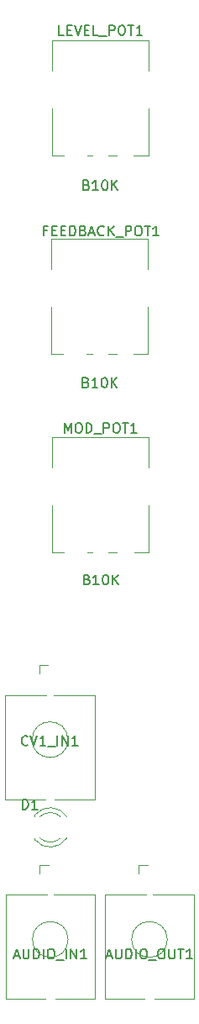
<source format=gbr>
%TF.GenerationSoftware,KiCad,Pcbnew,6.0.11+dfsg-1~bpo11+1*%
%TF.CreationDate,2023-04-14T10:24:11+08:00*%
%TF.ProjectId,MiniVerb - Main,4d696e69-5665-4726-9220-2d204d61696e,rev?*%
%TF.SameCoordinates,Original*%
%TF.FileFunction,Legend,Top*%
%TF.FilePolarity,Positive*%
%FSLAX46Y46*%
G04 Gerber Fmt 4.6, Leading zero omitted, Abs format (unit mm)*
G04 Created by KiCad (PCBNEW 6.0.11+dfsg-1~bpo11+1) date 2023-04-14 10:24:11*
%MOMM*%
%LPD*%
G01*
G04 APERTURE LIST*
%ADD10C,0.150000*%
%ADD11C,0.120000*%
G04 APERTURE END LIST*
D10*
%TO.C,FEEDBACK_POT1*%
X164747619Y-75303571D02*
X164414285Y-75303571D01*
X164414285Y-75827380D02*
X164414285Y-74827380D01*
X164890476Y-74827380D01*
X165271428Y-75303571D02*
X165604761Y-75303571D01*
X165747619Y-75827380D02*
X165271428Y-75827380D01*
X165271428Y-74827380D01*
X165747619Y-74827380D01*
X166176190Y-75303571D02*
X166509523Y-75303571D01*
X166652380Y-75827380D02*
X166176190Y-75827380D01*
X166176190Y-74827380D01*
X166652380Y-74827380D01*
X167080952Y-75827380D02*
X167080952Y-74827380D01*
X167319047Y-74827380D01*
X167461904Y-74875000D01*
X167557142Y-74970238D01*
X167604761Y-75065476D01*
X167652380Y-75255952D01*
X167652380Y-75398809D01*
X167604761Y-75589285D01*
X167557142Y-75684523D01*
X167461904Y-75779761D01*
X167319047Y-75827380D01*
X167080952Y-75827380D01*
X168414285Y-75303571D02*
X168557142Y-75351190D01*
X168604761Y-75398809D01*
X168652380Y-75494047D01*
X168652380Y-75636904D01*
X168604761Y-75732142D01*
X168557142Y-75779761D01*
X168461904Y-75827380D01*
X168080952Y-75827380D01*
X168080952Y-74827380D01*
X168414285Y-74827380D01*
X168509523Y-74875000D01*
X168557142Y-74922619D01*
X168604761Y-75017857D01*
X168604761Y-75113095D01*
X168557142Y-75208333D01*
X168509523Y-75255952D01*
X168414285Y-75303571D01*
X168080952Y-75303571D01*
X169033333Y-75541666D02*
X169509523Y-75541666D01*
X168938095Y-75827380D02*
X169271428Y-74827380D01*
X169604761Y-75827380D01*
X170509523Y-75732142D02*
X170461904Y-75779761D01*
X170319047Y-75827380D01*
X170223809Y-75827380D01*
X170080952Y-75779761D01*
X169985714Y-75684523D01*
X169938095Y-75589285D01*
X169890476Y-75398809D01*
X169890476Y-75255952D01*
X169938095Y-75065476D01*
X169985714Y-74970238D01*
X170080952Y-74875000D01*
X170223809Y-74827380D01*
X170319047Y-74827380D01*
X170461904Y-74875000D01*
X170509523Y-74922619D01*
X170938095Y-75827380D02*
X170938095Y-74827380D01*
X171509523Y-75827380D02*
X171080952Y-75255952D01*
X171509523Y-74827380D02*
X170938095Y-75398809D01*
X171700000Y-75922619D02*
X172461904Y-75922619D01*
X172700000Y-75827380D02*
X172700000Y-74827380D01*
X173080952Y-74827380D01*
X173176190Y-74875000D01*
X173223809Y-74922619D01*
X173271428Y-75017857D01*
X173271428Y-75160714D01*
X173223809Y-75255952D01*
X173176190Y-75303571D01*
X173080952Y-75351190D01*
X172700000Y-75351190D01*
X173890476Y-74827380D02*
X174080952Y-74827380D01*
X174176190Y-74875000D01*
X174271428Y-74970238D01*
X174319047Y-75160714D01*
X174319047Y-75494047D01*
X174271428Y-75684523D01*
X174176190Y-75779761D01*
X174080952Y-75827380D01*
X173890476Y-75827380D01*
X173795238Y-75779761D01*
X173700000Y-75684523D01*
X173652380Y-75494047D01*
X173652380Y-75160714D01*
X173700000Y-74970238D01*
X173795238Y-74875000D01*
X173890476Y-74827380D01*
X174604761Y-74827380D02*
X175176190Y-74827380D01*
X174890476Y-75827380D02*
X174890476Y-74827380D01*
X176033333Y-75827380D02*
X175461904Y-75827380D01*
X175747619Y-75827380D02*
X175747619Y-74827380D01*
X175652380Y-74970238D01*
X175557142Y-75065476D01*
X175461904Y-75113095D01*
X168694047Y-90578571D02*
X168836904Y-90626190D01*
X168884523Y-90673809D01*
X168932142Y-90769047D01*
X168932142Y-90911904D01*
X168884523Y-91007142D01*
X168836904Y-91054761D01*
X168741666Y-91102380D01*
X168360714Y-91102380D01*
X168360714Y-90102380D01*
X168694047Y-90102380D01*
X168789285Y-90150000D01*
X168836904Y-90197619D01*
X168884523Y-90292857D01*
X168884523Y-90388095D01*
X168836904Y-90483333D01*
X168789285Y-90530952D01*
X168694047Y-90578571D01*
X168360714Y-90578571D01*
X169884523Y-91102380D02*
X169313095Y-91102380D01*
X169598809Y-91102380D02*
X169598809Y-90102380D01*
X169503571Y-90245238D01*
X169408333Y-90340476D01*
X169313095Y-90388095D01*
X170503571Y-90102380D02*
X170598809Y-90102380D01*
X170694047Y-90150000D01*
X170741666Y-90197619D01*
X170789285Y-90292857D01*
X170836904Y-90483333D01*
X170836904Y-90721428D01*
X170789285Y-90911904D01*
X170741666Y-91007142D01*
X170694047Y-91054761D01*
X170598809Y-91102380D01*
X170503571Y-91102380D01*
X170408333Y-91054761D01*
X170360714Y-91007142D01*
X170313095Y-90911904D01*
X170265476Y-90721428D01*
X170265476Y-90483333D01*
X170313095Y-90292857D01*
X170360714Y-90197619D01*
X170408333Y-90150000D01*
X170503571Y-90102380D01*
X171265476Y-91102380D02*
X171265476Y-90102380D01*
X171836904Y-91102380D02*
X171408333Y-90530952D01*
X171836904Y-90102380D02*
X171265476Y-90673809D01*
%TO.C,CV1_IN1*%
X162814781Y-127063075D02*
X162767162Y-127110694D01*
X162624305Y-127158313D01*
X162529067Y-127158313D01*
X162386209Y-127110694D01*
X162290971Y-127015456D01*
X162243352Y-126920218D01*
X162195733Y-126729742D01*
X162195733Y-126586885D01*
X162243352Y-126396409D01*
X162290971Y-126301171D01*
X162386209Y-126205933D01*
X162529067Y-126158313D01*
X162624305Y-126158313D01*
X162767162Y-126205933D01*
X162814781Y-126253552D01*
X163100495Y-126158313D02*
X163433828Y-127158313D01*
X163767162Y-126158313D01*
X164624305Y-127158313D02*
X164052876Y-127158313D01*
X164338590Y-127158313D02*
X164338590Y-126158313D01*
X164243352Y-126301171D01*
X164148114Y-126396409D01*
X164052876Y-126444028D01*
X164814781Y-127253552D02*
X165576686Y-127253552D01*
X165814781Y-127158313D02*
X165814781Y-126158313D01*
X166290971Y-127158313D02*
X166290971Y-126158313D01*
X166862400Y-127158313D01*
X166862400Y-126158313D01*
X167862400Y-127158313D02*
X167290971Y-127158313D01*
X167576686Y-127158313D02*
X167576686Y-126158313D01*
X167481447Y-126301171D01*
X167386209Y-126396409D01*
X167290971Y-126444028D01*
%TO.C,AUDIO_OUT1*%
X170789543Y-148354599D02*
X171265733Y-148354599D01*
X170694305Y-148640313D02*
X171027638Y-147640313D01*
X171360971Y-148640313D01*
X171694305Y-147640313D02*
X171694305Y-148449837D01*
X171741924Y-148545075D01*
X171789543Y-148592694D01*
X171884781Y-148640313D01*
X172075257Y-148640313D01*
X172170495Y-148592694D01*
X172218114Y-148545075D01*
X172265733Y-148449837D01*
X172265733Y-147640313D01*
X172741924Y-148640313D02*
X172741924Y-147640313D01*
X172980019Y-147640313D01*
X173122876Y-147687933D01*
X173218114Y-147783171D01*
X173265733Y-147878409D01*
X173313352Y-148068885D01*
X173313352Y-148211742D01*
X173265733Y-148402218D01*
X173218114Y-148497456D01*
X173122876Y-148592694D01*
X172980019Y-148640313D01*
X172741924Y-148640313D01*
X173741924Y-148640313D02*
X173741924Y-147640313D01*
X174408590Y-147640313D02*
X174599067Y-147640313D01*
X174694305Y-147687933D01*
X174789543Y-147783171D01*
X174837162Y-147973647D01*
X174837162Y-148306980D01*
X174789543Y-148497456D01*
X174694305Y-148592694D01*
X174599067Y-148640313D01*
X174408590Y-148640313D01*
X174313352Y-148592694D01*
X174218114Y-148497456D01*
X174170495Y-148306980D01*
X174170495Y-147973647D01*
X174218114Y-147783171D01*
X174313352Y-147687933D01*
X174408590Y-147640313D01*
X175027638Y-148735552D02*
X175789543Y-148735552D01*
X176218114Y-147640313D02*
X176408590Y-147640313D01*
X176503828Y-147687933D01*
X176599067Y-147783171D01*
X176646686Y-147973647D01*
X176646686Y-148306980D01*
X176599067Y-148497456D01*
X176503828Y-148592694D01*
X176408590Y-148640313D01*
X176218114Y-148640313D01*
X176122876Y-148592694D01*
X176027638Y-148497456D01*
X175980019Y-148306980D01*
X175980019Y-147973647D01*
X176027638Y-147783171D01*
X176122876Y-147687933D01*
X176218114Y-147640313D01*
X177075257Y-147640313D02*
X177075257Y-148449837D01*
X177122876Y-148545075D01*
X177170495Y-148592694D01*
X177265733Y-148640313D01*
X177456209Y-148640313D01*
X177551447Y-148592694D01*
X177599067Y-148545075D01*
X177646686Y-148449837D01*
X177646686Y-147640313D01*
X177980019Y-147640313D02*
X178551447Y-147640313D01*
X178265733Y-148640313D02*
X178265733Y-147640313D01*
X179408590Y-148640313D02*
X178837162Y-148640313D01*
X179122876Y-148640313D02*
X179122876Y-147640313D01*
X179027638Y-147783171D01*
X178932400Y-147878409D01*
X178837162Y-147926028D01*
%TO.C,MOD_POT1*%
X166530952Y-95677380D02*
X166530952Y-94677380D01*
X166864285Y-95391666D01*
X167197619Y-94677380D01*
X167197619Y-95677380D01*
X167864285Y-94677380D02*
X168054761Y-94677380D01*
X168150000Y-94725000D01*
X168245238Y-94820238D01*
X168292857Y-95010714D01*
X168292857Y-95344047D01*
X168245238Y-95534523D01*
X168150000Y-95629761D01*
X168054761Y-95677380D01*
X167864285Y-95677380D01*
X167769047Y-95629761D01*
X167673809Y-95534523D01*
X167626190Y-95344047D01*
X167626190Y-95010714D01*
X167673809Y-94820238D01*
X167769047Y-94725000D01*
X167864285Y-94677380D01*
X168721428Y-95677380D02*
X168721428Y-94677380D01*
X168959523Y-94677380D01*
X169102380Y-94725000D01*
X169197619Y-94820238D01*
X169245238Y-94915476D01*
X169292857Y-95105952D01*
X169292857Y-95248809D01*
X169245238Y-95439285D01*
X169197619Y-95534523D01*
X169102380Y-95629761D01*
X168959523Y-95677380D01*
X168721428Y-95677380D01*
X169483333Y-95772619D02*
X170245238Y-95772619D01*
X170483333Y-95677380D02*
X170483333Y-94677380D01*
X170864285Y-94677380D01*
X170959523Y-94725000D01*
X171007142Y-94772619D01*
X171054761Y-94867857D01*
X171054761Y-95010714D01*
X171007142Y-95105952D01*
X170959523Y-95153571D01*
X170864285Y-95201190D01*
X170483333Y-95201190D01*
X171673809Y-94677380D02*
X171864285Y-94677380D01*
X171959523Y-94725000D01*
X172054761Y-94820238D01*
X172102380Y-95010714D01*
X172102380Y-95344047D01*
X172054761Y-95534523D01*
X171959523Y-95629761D01*
X171864285Y-95677380D01*
X171673809Y-95677380D01*
X171578571Y-95629761D01*
X171483333Y-95534523D01*
X171435714Y-95344047D01*
X171435714Y-95010714D01*
X171483333Y-94820238D01*
X171578571Y-94725000D01*
X171673809Y-94677380D01*
X172388095Y-94677380D02*
X172959523Y-94677380D01*
X172673809Y-95677380D02*
X172673809Y-94677380D01*
X173816666Y-95677380D02*
X173245238Y-95677380D01*
X173530952Y-95677380D02*
X173530952Y-94677380D01*
X173435714Y-94820238D01*
X173340476Y-94915476D01*
X173245238Y-94963095D01*
X168819047Y-110428571D02*
X168961904Y-110476190D01*
X169009523Y-110523809D01*
X169057142Y-110619047D01*
X169057142Y-110761904D01*
X169009523Y-110857142D01*
X168961904Y-110904761D01*
X168866666Y-110952380D01*
X168485714Y-110952380D01*
X168485714Y-109952380D01*
X168819047Y-109952380D01*
X168914285Y-110000000D01*
X168961904Y-110047619D01*
X169009523Y-110142857D01*
X169009523Y-110238095D01*
X168961904Y-110333333D01*
X168914285Y-110380952D01*
X168819047Y-110428571D01*
X168485714Y-110428571D01*
X170009523Y-110952380D02*
X169438095Y-110952380D01*
X169723809Y-110952380D02*
X169723809Y-109952380D01*
X169628571Y-110095238D01*
X169533333Y-110190476D01*
X169438095Y-110238095D01*
X170628571Y-109952380D02*
X170723809Y-109952380D01*
X170819047Y-110000000D01*
X170866666Y-110047619D01*
X170914285Y-110142857D01*
X170961904Y-110333333D01*
X170961904Y-110571428D01*
X170914285Y-110761904D01*
X170866666Y-110857142D01*
X170819047Y-110904761D01*
X170723809Y-110952380D01*
X170628571Y-110952380D01*
X170533333Y-110904761D01*
X170485714Y-110857142D01*
X170438095Y-110761904D01*
X170390476Y-110571428D01*
X170390476Y-110333333D01*
X170438095Y-110142857D01*
X170485714Y-110047619D01*
X170533333Y-110000000D01*
X170628571Y-109952380D01*
X171390476Y-110952380D02*
X171390476Y-109952380D01*
X171961904Y-110952380D02*
X171533333Y-110380952D01*
X171961904Y-109952380D02*
X171390476Y-110523809D01*
%TO.C,LEVEL_POT1*%
X166459523Y-55627380D02*
X165983333Y-55627380D01*
X165983333Y-54627380D01*
X166792857Y-55103571D02*
X167126190Y-55103571D01*
X167269047Y-55627380D02*
X166792857Y-55627380D01*
X166792857Y-54627380D01*
X167269047Y-54627380D01*
X167554761Y-54627380D02*
X167888095Y-55627380D01*
X168221428Y-54627380D01*
X168554761Y-55103571D02*
X168888095Y-55103571D01*
X169030952Y-55627380D02*
X168554761Y-55627380D01*
X168554761Y-54627380D01*
X169030952Y-54627380D01*
X169935714Y-55627380D02*
X169459523Y-55627380D01*
X169459523Y-54627380D01*
X170030952Y-55722619D02*
X170792857Y-55722619D01*
X171030952Y-55627380D02*
X171030952Y-54627380D01*
X171411904Y-54627380D01*
X171507142Y-54675000D01*
X171554761Y-54722619D01*
X171602380Y-54817857D01*
X171602380Y-54960714D01*
X171554761Y-55055952D01*
X171507142Y-55103571D01*
X171411904Y-55151190D01*
X171030952Y-55151190D01*
X172221428Y-54627380D02*
X172411904Y-54627380D01*
X172507142Y-54675000D01*
X172602380Y-54770238D01*
X172650000Y-54960714D01*
X172650000Y-55294047D01*
X172602380Y-55484523D01*
X172507142Y-55579761D01*
X172411904Y-55627380D01*
X172221428Y-55627380D01*
X172126190Y-55579761D01*
X172030952Y-55484523D01*
X171983333Y-55294047D01*
X171983333Y-54960714D01*
X172030952Y-54770238D01*
X172126190Y-54675000D01*
X172221428Y-54627380D01*
X172935714Y-54627380D02*
X173507142Y-54627380D01*
X173221428Y-55627380D02*
X173221428Y-54627380D01*
X174364285Y-55627380D02*
X173792857Y-55627380D01*
X174078571Y-55627380D02*
X174078571Y-54627380D01*
X173983333Y-54770238D01*
X173888095Y-54865476D01*
X173792857Y-54913095D01*
X168744047Y-70703571D02*
X168886904Y-70751190D01*
X168934523Y-70798809D01*
X168982142Y-70894047D01*
X168982142Y-71036904D01*
X168934523Y-71132142D01*
X168886904Y-71179761D01*
X168791666Y-71227380D01*
X168410714Y-71227380D01*
X168410714Y-70227380D01*
X168744047Y-70227380D01*
X168839285Y-70275000D01*
X168886904Y-70322619D01*
X168934523Y-70417857D01*
X168934523Y-70513095D01*
X168886904Y-70608333D01*
X168839285Y-70655952D01*
X168744047Y-70703571D01*
X168410714Y-70703571D01*
X169934523Y-71227380D02*
X169363095Y-71227380D01*
X169648809Y-71227380D02*
X169648809Y-70227380D01*
X169553571Y-70370238D01*
X169458333Y-70465476D01*
X169363095Y-70513095D01*
X170553571Y-70227380D02*
X170648809Y-70227380D01*
X170744047Y-70275000D01*
X170791666Y-70322619D01*
X170839285Y-70417857D01*
X170886904Y-70608333D01*
X170886904Y-70846428D01*
X170839285Y-71036904D01*
X170791666Y-71132142D01*
X170744047Y-71179761D01*
X170648809Y-71227380D01*
X170553571Y-71227380D01*
X170458333Y-71179761D01*
X170410714Y-71132142D01*
X170363095Y-71036904D01*
X170315476Y-70846428D01*
X170315476Y-70608333D01*
X170363095Y-70417857D01*
X170410714Y-70322619D01*
X170458333Y-70275000D01*
X170553571Y-70227380D01*
X171315476Y-71227380D02*
X171315476Y-70227380D01*
X171886904Y-71227380D02*
X171458333Y-70655952D01*
X171886904Y-70227380D02*
X171315476Y-70798809D01*
%TO.C,D1*%
X162301904Y-133572380D02*
X162301904Y-132572380D01*
X162540000Y-132572380D01*
X162682857Y-132620000D01*
X162778095Y-132715238D01*
X162825714Y-132810476D01*
X162873333Y-133000952D01*
X162873333Y-133143809D01*
X162825714Y-133334285D01*
X162778095Y-133429523D01*
X162682857Y-133524761D01*
X162540000Y-133572380D01*
X162301904Y-133572380D01*
X163825714Y-133572380D02*
X163254285Y-133572380D01*
X163540000Y-133572380D02*
X163540000Y-132572380D01*
X163444761Y-132715238D01*
X163349523Y-132810476D01*
X163254285Y-132858095D01*
%TO.C,AUDIO_IN1*%
X161456209Y-148354599D02*
X161932400Y-148354599D01*
X161360971Y-148640313D02*
X161694305Y-147640313D01*
X162027638Y-148640313D01*
X162360971Y-147640313D02*
X162360971Y-148449837D01*
X162408590Y-148545075D01*
X162456209Y-148592694D01*
X162551447Y-148640313D01*
X162741924Y-148640313D01*
X162837162Y-148592694D01*
X162884781Y-148545075D01*
X162932400Y-148449837D01*
X162932400Y-147640313D01*
X163408590Y-148640313D02*
X163408590Y-147640313D01*
X163646686Y-147640313D01*
X163789543Y-147687933D01*
X163884781Y-147783171D01*
X163932400Y-147878409D01*
X163980019Y-148068885D01*
X163980019Y-148211742D01*
X163932400Y-148402218D01*
X163884781Y-148497456D01*
X163789543Y-148592694D01*
X163646686Y-148640313D01*
X163408590Y-148640313D01*
X164408590Y-148640313D02*
X164408590Y-147640313D01*
X165075257Y-147640313D02*
X165265733Y-147640313D01*
X165360971Y-147687933D01*
X165456209Y-147783171D01*
X165503828Y-147973647D01*
X165503828Y-148306980D01*
X165456209Y-148497456D01*
X165360971Y-148592694D01*
X165265733Y-148640313D01*
X165075257Y-148640313D01*
X164980019Y-148592694D01*
X164884781Y-148497456D01*
X164837162Y-148306980D01*
X164837162Y-147973647D01*
X164884781Y-147783171D01*
X164980019Y-147687933D01*
X165075257Y-147640313D01*
X165694305Y-148735552D02*
X166456209Y-148735552D01*
X166694305Y-148640313D02*
X166694305Y-147640313D01*
X167170495Y-148640313D02*
X167170495Y-147640313D01*
X167741924Y-148640313D01*
X167741924Y-147640313D01*
X168741924Y-148640313D02*
X168170495Y-148640313D01*
X168456209Y-148640313D02*
X168456209Y-147640313D01*
X168360971Y-147783171D01*
X168265733Y-147878409D01*
X168170495Y-147926028D01*
D11*
%TO.C,FEEDBACK_POT1*%
X171759067Y-87710933D02*
X170929067Y-87710933D01*
X169309067Y-87710933D02*
X168779067Y-87710933D01*
X174969067Y-87710933D02*
X173479067Y-87710933D01*
X174969067Y-87710933D02*
X174969067Y-82990933D01*
X166409067Y-87710933D02*
X165229067Y-87710933D01*
X174969067Y-76120933D02*
X165229067Y-76120933D01*
X165229067Y-79180933D02*
X165229067Y-76120933D01*
X165219067Y-87710933D02*
X165219067Y-82990933D01*
X174969067Y-79180933D02*
X174969067Y-76120933D01*
%TO.C,CV1_IN1*%
X164009067Y-119085933D02*
X164009067Y-119885933D01*
X169569067Y-122065933D02*
X165419067Y-122065933D01*
X169569067Y-122065933D02*
X169569067Y-132565933D01*
X164569067Y-132565933D02*
X160569067Y-132565933D01*
X164719067Y-122065933D02*
X160569067Y-122065933D01*
X160569067Y-122065933D02*
X160569067Y-132565933D01*
X164009067Y-119085933D02*
X164869067Y-119085933D01*
X169569067Y-132565933D02*
X165569067Y-132565933D01*
X166869067Y-126565933D02*
G75*
G03*
X166869067Y-126565933I-1800000J0D01*
G01*
%TO.C,AUDIO_OUT1*%
X174039067Y-139207933D02*
X174899067Y-139207933D01*
X174749067Y-142187933D02*
X170599067Y-142187933D01*
X179599067Y-152687933D02*
X175599067Y-152687933D01*
X179599067Y-142187933D02*
X179599067Y-152687933D01*
X174039067Y-139207933D02*
X174039067Y-140007933D01*
X179599067Y-142187933D02*
X175449067Y-142187933D01*
X174599067Y-152687933D02*
X170599067Y-152687933D01*
X170599067Y-142187933D02*
X170599067Y-152687933D01*
X176899067Y-146687933D02*
G75*
G03*
X176899067Y-146687933I-1800000J0D01*
G01*
%TO.C,MOD_POT1*%
X165279067Y-107720933D02*
X165279067Y-103000933D01*
X175029067Y-107720933D02*
X173539067Y-107720933D01*
X175029067Y-107720933D02*
X175029067Y-103000933D01*
X171819067Y-107720933D02*
X170989067Y-107720933D01*
X165289067Y-99190933D02*
X165289067Y-96130933D01*
X166469067Y-107720933D02*
X165289067Y-107720933D01*
X175029067Y-99190933D02*
X175029067Y-96130933D01*
X175029067Y-96130933D02*
X165289067Y-96130933D01*
X169369067Y-107720933D02*
X168839067Y-107720933D01*
%TO.C,LEVEL_POT1*%
X174989067Y-59190933D02*
X174989067Y-56130933D01*
X165239067Y-67720933D02*
X165239067Y-63000933D01*
X166429067Y-67720933D02*
X165249067Y-67720933D01*
X174989067Y-67720933D02*
X173499067Y-67720933D01*
X174989067Y-56130933D02*
X165249067Y-56130933D01*
X171779067Y-67720933D02*
X170949067Y-67720933D01*
X169329067Y-67720933D02*
X168799067Y-67720933D01*
X174989067Y-67720933D02*
X174989067Y-63000933D01*
X165249067Y-59190933D02*
X165249067Y-56130933D01*
%TO.C,D1*%
X163535000Y-134164000D02*
X163535000Y-134320000D01*
X163535000Y-136480000D02*
X163535000Y-136636000D01*
X164054039Y-136480000D02*
G75*
G03*
X166136130Y-136479837I1040961J1080000D01*
G01*
X163535000Y-136635516D02*
G75*
G03*
X166767335Y-136478608I1560000J1235516D01*
G01*
X166767335Y-134321392D02*
G75*
G03*
X163535000Y-134164484I-1672335J-1078608D01*
G01*
X166136130Y-134320163D02*
G75*
G03*
X164054039Y-134320000I-1041130J-1079837D01*
G01*
%TO.C,AUDIO_IN1*%
X164039067Y-139207933D02*
X164899067Y-139207933D01*
X169599067Y-152687933D02*
X165599067Y-152687933D01*
X164749067Y-142187933D02*
X160599067Y-142187933D01*
X169599067Y-142187933D02*
X169599067Y-152687933D01*
X164599067Y-152687933D02*
X160599067Y-152687933D01*
X160599067Y-142187933D02*
X160599067Y-152687933D01*
X164039067Y-139207933D02*
X164039067Y-140007933D01*
X169599067Y-142187933D02*
X165449067Y-142187933D01*
X166899067Y-146687933D02*
G75*
G03*
X166899067Y-146687933I-1800000J0D01*
G01*
%TD*%
M02*

</source>
